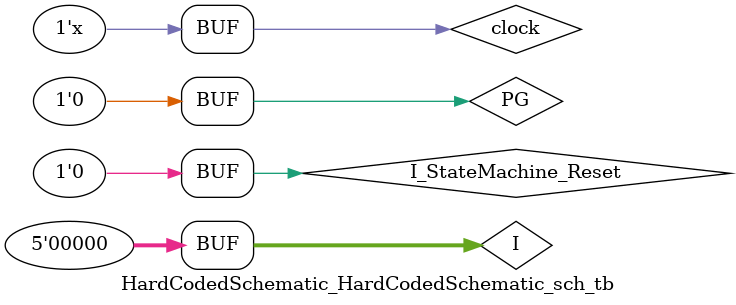
<source format=v>

`timescale 1ns / 1ps

module HardCodedSchematic_HardCodedSchematic_sch_tb();

// Inputs
   reg PG;
   reg clock;
   reg I_StateMachine_Reset;
   reg[4:0] I;

// Output
   wire FIM;
   wire DEZ;
   wire DOIS;

// Bidirs

// Instantiate the UUT
   HardCodedSchematic UUT (
		.PG(PG), 
		.FIM(FIM), 
		.DEZ(DEZ), 
		.DOIS(DOIS), 
		.clock(clock), 
		.I_StateMachine_Reset(I_StateMachine_Reset), 
		.I(I)
   );
// Initialize Inputs
   `ifdef auto_init
       initial begin
		PG = 0;
		clock = 0;
		I_StateMachine_Reset = 0;
		I = 0;
   `endif
	
	
	always #20 clock = !clock;
	 
	initial 
		begin
		PG = 0;
		clock = 0;
		I_StateMachine_Reset = 0;
		I = 0;
		
		#100
		PG = 1;
		clock = 1;
		I_StateMachine_Reset = 1;
		I = 1;
		
		#100
		I_StateMachine_Reset = 1;
		clock = 0;
		PG = 0;
		I = 0;

		#100
		I_StateMachine_Reset = 0;
		I = 1;

		#100
		I = 0;
	 
	 
		end
	
	 
endmodule

</source>
